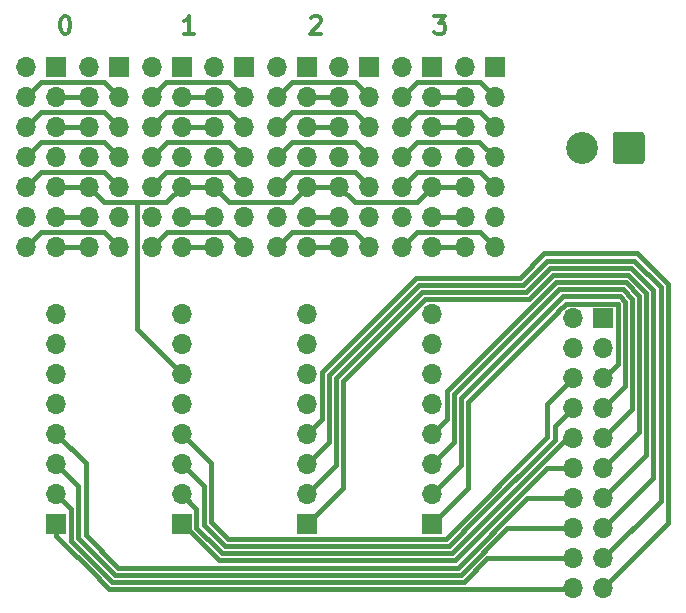
<source format=gbr>
%TF.GenerationSoftware,KiCad,Pcbnew,(5.1.6)-1*%
%TF.CreationDate,2020-10-29T16:21:17+09:00*%
%TF.ProjectId,BLDC__MD_Mounter,424c4443-5f5f-44d4-945f-4d6f756e7465,rev?*%
%TF.SameCoordinates,Original*%
%TF.FileFunction,Copper,L1,Top*%
%TF.FilePolarity,Positive*%
%FSLAX46Y46*%
G04 Gerber Fmt 4.6, Leading zero omitted, Abs format (unit mm)*
G04 Created by KiCad (PCBNEW (5.1.6)-1) date 2020-10-29 16:21:17*
%MOMM*%
%LPD*%
G01*
G04 APERTURE LIST*
%TA.AperFunction,NonConductor*%
%ADD10C,0.300000*%
%TD*%
%TA.AperFunction,ComponentPad*%
%ADD11O,1.700000X1.700000*%
%TD*%
%TA.AperFunction,ComponentPad*%
%ADD12R,1.700000X1.700000*%
%TD*%
%TA.AperFunction,ComponentPad*%
%ADD13C,2.700000*%
%TD*%
%TA.AperFunction,Conductor*%
%ADD14C,0.406400*%
%TD*%
G04 APERTURE END LIST*
D10*
X142000000Y-62678571D02*
X142928571Y-62678571D01*
X142428571Y-63250000D01*
X142642857Y-63250000D01*
X142785714Y-63321428D01*
X142857142Y-63392857D01*
X142928571Y-63535714D01*
X142928571Y-63892857D01*
X142857142Y-64035714D01*
X142785714Y-64107142D01*
X142642857Y-64178571D01*
X142214285Y-64178571D01*
X142071428Y-64107142D01*
X142000000Y-64035714D01*
X131571428Y-62821428D02*
X131642857Y-62750000D01*
X131785714Y-62678571D01*
X132142857Y-62678571D01*
X132285714Y-62750000D01*
X132357142Y-62821428D01*
X132428571Y-62964285D01*
X132428571Y-63107142D01*
X132357142Y-63321428D01*
X131500000Y-64178571D01*
X132428571Y-64178571D01*
X121678571Y-64178571D02*
X120821428Y-64178571D01*
X121250000Y-64178571D02*
X121250000Y-62678571D01*
X121107142Y-62892857D01*
X120964285Y-63035714D01*
X120821428Y-63107142D01*
X110678571Y-62678571D02*
X110821428Y-62678571D01*
X110964285Y-62750000D01*
X111035714Y-62821428D01*
X111107142Y-62964285D01*
X111178571Y-63250000D01*
X111178571Y-63607142D01*
X111107142Y-63892857D01*
X111035714Y-64035714D01*
X110964285Y-64107142D01*
X110821428Y-64178571D01*
X110678571Y-64178571D01*
X110535714Y-64107142D01*
X110464285Y-64035714D01*
X110392857Y-63892857D01*
X110321428Y-63607142D01*
X110321428Y-63250000D01*
X110392857Y-62964285D01*
X110464285Y-62821428D01*
X110535714Y-62750000D01*
X110678571Y-62678571D01*
D11*
%TO.P,J3,20*%
%TO.N,/FG_1*%
X153720800Y-111150400D03*
%TO.P,J3,19*%
%TO.N,/RD_3*%
X156260800Y-111150400D03*
%TO.P,J3,18*%
%TO.N,/FR_1*%
X153720800Y-108610400D03*
%TO.P,J3,17*%
%TO.N,/PWM_3*%
X156260800Y-108610400D03*
%TO.P,J3,16*%
%TO.N,/PWM_1*%
X153720800Y-106070400D03*
%TO.P,J3,15*%
%TO.N,/FR_3*%
X156260800Y-106070400D03*
%TO.P,J3,14*%
%TO.N,/RD_1*%
X153720800Y-103530400D03*
%TO.P,J3,13*%
%TO.N,/FG_3*%
X156260800Y-103530400D03*
%TO.P,J3,12*%
%TO.N,/FG_2*%
X153720800Y-100990400D03*
%TO.P,J3,11*%
%TO.N,/RD_4*%
X156260800Y-100990400D03*
%TO.P,J3,10*%
%TO.N,/FR_2*%
X153720800Y-98450400D03*
%TO.P,J3,9*%
%TO.N,/PWM_4*%
X156260800Y-98450400D03*
%TO.P,J3,8*%
%TO.N,/PWM_2*%
X153720800Y-95910400D03*
%TO.P,J3,7*%
%TO.N,/FR_4*%
X156260800Y-95910400D03*
%TO.P,J3,6*%
%TO.N,/RD_2*%
X153720800Y-93370400D03*
%TO.P,J3,5*%
%TO.N,/FG_4*%
X156260800Y-93370400D03*
%TO.P,J3,4*%
%TO.N,+3V3*%
X153720800Y-90830400D03*
%TO.P,J3,3*%
%TO.N,GND*%
X156260800Y-90830400D03*
%TO.P,J3,2*%
%TO.N,+5V*%
X153720800Y-88290400D03*
D12*
%TO.P,J3,1*%
%TO.N,Net-(J3-Pad1)*%
X156260800Y-88290400D03*
%TD*%
D11*
%TO.P,J8,8*%
%TO.N,GND*%
X120600000Y-87929600D03*
%TO.P,J8,7*%
%TO.N,VCC*%
X120600000Y-90469600D03*
%TO.P,J8,6*%
%TO.N,+5V*%
X120600000Y-93009600D03*
%TO.P,J8,5*%
%TO.N,+3V3*%
X120600000Y-95549600D03*
%TO.P,J8,4*%
%TO.N,/RD_2*%
X120600000Y-98089600D03*
%TO.P,J8,3*%
%TO.N,/PWM_2*%
X120600000Y-100629600D03*
%TO.P,J8,2*%
%TO.N,/FR_2*%
X120600000Y-103169600D03*
D12*
%TO.P,J8,1*%
%TO.N,/FG_2*%
X120600000Y-105709600D03*
%TD*%
D11*
%TO.P,J4,8*%
%TO.N,GND*%
X110000000Y-87929600D03*
%TO.P,J4,7*%
%TO.N,VCC*%
X110000000Y-90469600D03*
%TO.P,J4,6*%
%TO.N,+5V*%
X110000000Y-93009600D03*
%TO.P,J4,5*%
%TO.N,+3V3*%
X110000000Y-95549600D03*
%TO.P,J4,4*%
%TO.N,/RD_1*%
X110000000Y-98089600D03*
%TO.P,J4,3*%
%TO.N,/PWM_1*%
X110000000Y-100629600D03*
%TO.P,J4,2*%
%TO.N,/FR_1*%
X110000000Y-103169600D03*
D12*
%TO.P,J4,1*%
%TO.N,/FG_1*%
X110000000Y-105709600D03*
%TD*%
D11*
%TO.P,J11,8*%
%TO.N,GND*%
X131200000Y-87929600D03*
%TO.P,J11,7*%
%TO.N,VCC*%
X131200000Y-90469600D03*
%TO.P,J11,6*%
%TO.N,+5V*%
X131200000Y-93009600D03*
%TO.P,J11,5*%
%TO.N,+3V3*%
X131200000Y-95549600D03*
%TO.P,J11,4*%
%TO.N,/RD_3*%
X131200000Y-98089600D03*
%TO.P,J11,3*%
%TO.N,/PWM_3*%
X131200000Y-100629600D03*
%TO.P,J11,2*%
%TO.N,/FR_3*%
X131200000Y-103169600D03*
D12*
%TO.P,J11,1*%
%TO.N,/FG_3*%
X131200000Y-105709600D03*
%TD*%
D11*
%TO.P,J14,8*%
%TO.N,GND*%
X141800000Y-87929600D03*
%TO.P,J14,7*%
%TO.N,VCC*%
X141800000Y-90469600D03*
%TO.P,J14,6*%
%TO.N,+5V*%
X141800000Y-93009600D03*
%TO.P,J14,5*%
%TO.N,+3V3*%
X141800000Y-95549600D03*
%TO.P,J14,4*%
%TO.N,/RD_4*%
X141800000Y-98089600D03*
%TO.P,J14,3*%
%TO.N,/PWM_4*%
X141800000Y-100629600D03*
%TO.P,J14,2*%
%TO.N,/FR_4*%
X141800000Y-103169600D03*
D12*
%TO.P,J14,1*%
%TO.N,/FG_4*%
X141800000Y-105709600D03*
%TD*%
D11*
%TO.P,J13,14*%
%TO.N,/HALL_C_N_4*%
X139260000Y-82240000D03*
%TO.P,J13,13*%
%TO.N,/HALL_C_P_4*%
X141800000Y-82240000D03*
%TO.P,J13,12*%
%TO.N,Net-(J13-Pad12)*%
X139260000Y-79700000D03*
%TO.P,J13,11*%
%TO.N,/HALL_B_P_4*%
X141800000Y-79700000D03*
%TO.P,J13,10*%
%TO.N,/COIL_B_4*%
X139260000Y-77160000D03*
%TO.P,J13,9*%
%TO.N,+5V*%
X141800000Y-77160000D03*
%TO.P,J13,8*%
%TO.N,/COIL_C_4*%
X139260000Y-74620000D03*
%TO.P,J13,7*%
%TO.N,GND*%
X141800000Y-74620000D03*
%TO.P,J13,6*%
%TO.N,/COIL_A_4*%
X139260000Y-72080000D03*
%TO.P,J13,5*%
%TO.N,/HALL_B_N_4*%
X141800000Y-72080000D03*
%TO.P,J13,4*%
%TO.N,/HALL_A_P_4*%
X139260000Y-69540000D03*
%TO.P,J13,3*%
%TO.N,/HALL_A_N_4*%
X141800000Y-69540000D03*
%TO.P,J13,2*%
%TO.N,Net-(J13-Pad2)*%
X139260000Y-67000000D03*
D12*
%TO.P,J13,1*%
%TO.N,Net-(J13-Pad1)*%
X141800000Y-67000000D03*
%TD*%
D11*
%TO.P,J12,14*%
%TO.N,/HALL_C_P_4*%
X144560000Y-82240000D03*
%TO.P,J12,13*%
%TO.N,/HALL_C_N_4*%
X147100000Y-82240000D03*
%TO.P,J12,12*%
%TO.N,/HALL_B_P_4*%
X144560000Y-79700000D03*
%TO.P,J12,11*%
%TO.N,Net-(J12-Pad11)*%
X147100000Y-79700000D03*
%TO.P,J12,10*%
%TO.N,+5V*%
X144560000Y-77160000D03*
%TO.P,J12,9*%
%TO.N,/COIL_B_4*%
X147100000Y-77160000D03*
%TO.P,J12,8*%
%TO.N,GND*%
X144560000Y-74620000D03*
%TO.P,J12,7*%
%TO.N,/COIL_C_4*%
X147100000Y-74620000D03*
%TO.P,J12,6*%
%TO.N,/HALL_B_N_4*%
X144560000Y-72080000D03*
%TO.P,J12,5*%
%TO.N,/COIL_A_4*%
X147100000Y-72080000D03*
%TO.P,J12,4*%
%TO.N,/HALL_A_N_4*%
X144560000Y-69540000D03*
%TO.P,J12,3*%
%TO.N,/HALL_A_P_4*%
X147100000Y-69540000D03*
%TO.P,J12,2*%
%TO.N,Net-(J12-Pad2)*%
X144560000Y-67000000D03*
D12*
%TO.P,J12,1*%
%TO.N,Net-(J12-Pad1)*%
X147100000Y-67000000D03*
%TD*%
D11*
%TO.P,J10,14*%
%TO.N,/HALL_C_N_3*%
X128660000Y-82240000D03*
%TO.P,J10,13*%
%TO.N,/HALL_C_P_3*%
X131200000Y-82240000D03*
%TO.P,J10,12*%
%TO.N,Net-(J10-Pad12)*%
X128660000Y-79700000D03*
%TO.P,J10,11*%
%TO.N,/HALL_B_P_3*%
X131200000Y-79700000D03*
%TO.P,J10,10*%
%TO.N,/COIL_B_3*%
X128660000Y-77160000D03*
%TO.P,J10,9*%
%TO.N,+5V*%
X131200000Y-77160000D03*
%TO.P,J10,8*%
%TO.N,/COIL_C_3*%
X128660000Y-74620000D03*
%TO.P,J10,7*%
%TO.N,GND*%
X131200000Y-74620000D03*
%TO.P,J10,6*%
%TO.N,/COIL_A_3*%
X128660000Y-72080000D03*
%TO.P,J10,5*%
%TO.N,/HALL_B_N_3*%
X131200000Y-72080000D03*
%TO.P,J10,4*%
%TO.N,/HALL_A_P_3*%
X128660000Y-69540000D03*
%TO.P,J10,3*%
%TO.N,/HALL_A_N_3*%
X131200000Y-69540000D03*
%TO.P,J10,2*%
%TO.N,Net-(J10-Pad2)*%
X128660000Y-67000000D03*
D12*
%TO.P,J10,1*%
%TO.N,Net-(J10-Pad1)*%
X131200000Y-67000000D03*
%TD*%
D11*
%TO.P,J9,14*%
%TO.N,/HALL_C_P_3*%
X133960000Y-82240000D03*
%TO.P,J9,13*%
%TO.N,/HALL_C_N_3*%
X136500000Y-82240000D03*
%TO.P,J9,12*%
%TO.N,/HALL_B_P_3*%
X133960000Y-79700000D03*
%TO.P,J9,11*%
%TO.N,Net-(J9-Pad11)*%
X136500000Y-79700000D03*
%TO.P,J9,10*%
%TO.N,+5V*%
X133960000Y-77160000D03*
%TO.P,J9,9*%
%TO.N,/COIL_B_3*%
X136500000Y-77160000D03*
%TO.P,J9,8*%
%TO.N,GND*%
X133960000Y-74620000D03*
%TO.P,J9,7*%
%TO.N,/COIL_C_3*%
X136500000Y-74620000D03*
%TO.P,J9,6*%
%TO.N,/HALL_B_N_3*%
X133960000Y-72080000D03*
%TO.P,J9,5*%
%TO.N,/COIL_A_3*%
X136500000Y-72080000D03*
%TO.P,J9,4*%
%TO.N,/HALL_A_N_3*%
X133960000Y-69540000D03*
%TO.P,J9,3*%
%TO.N,/HALL_A_P_3*%
X136500000Y-69540000D03*
%TO.P,J9,2*%
%TO.N,Net-(J9-Pad2)*%
X133960000Y-67000000D03*
D12*
%TO.P,J9,1*%
%TO.N,Net-(J9-Pad1)*%
X136500000Y-67000000D03*
%TD*%
D11*
%TO.P,J7,14*%
%TO.N,/HALL_C_N_2*%
X118060000Y-82240000D03*
%TO.P,J7,13*%
%TO.N,/HALL_C_P_2*%
X120600000Y-82240000D03*
%TO.P,J7,12*%
%TO.N,Net-(J7-Pad12)*%
X118060000Y-79700000D03*
%TO.P,J7,11*%
%TO.N,/HALL_B_P_2*%
X120600000Y-79700000D03*
%TO.P,J7,10*%
%TO.N,/COIL_B_2*%
X118060000Y-77160000D03*
%TO.P,J7,9*%
%TO.N,+5V*%
X120600000Y-77160000D03*
%TO.P,J7,8*%
%TO.N,/COIL_C_2*%
X118060000Y-74620000D03*
%TO.P,J7,7*%
%TO.N,GND*%
X120600000Y-74620000D03*
%TO.P,J7,6*%
%TO.N,/COIL_A_2*%
X118060000Y-72080000D03*
%TO.P,J7,5*%
%TO.N,/HALL_B_N_2*%
X120600000Y-72080000D03*
%TO.P,J7,4*%
%TO.N,/HALL_A_P_2*%
X118060000Y-69540000D03*
%TO.P,J7,3*%
%TO.N,/HALL_A_N_2*%
X120600000Y-69540000D03*
%TO.P,J7,2*%
%TO.N,Net-(J7-Pad2)*%
X118060000Y-67000000D03*
D12*
%TO.P,J7,1*%
%TO.N,Net-(J7-Pad1)*%
X120600000Y-67000000D03*
%TD*%
D11*
%TO.P,J6,14*%
%TO.N,/HALL_C_P_2*%
X123360000Y-82240000D03*
%TO.P,J6,13*%
%TO.N,/HALL_C_N_2*%
X125900000Y-82240000D03*
%TO.P,J6,12*%
%TO.N,/HALL_B_P_2*%
X123360000Y-79700000D03*
%TO.P,J6,11*%
%TO.N,Net-(J6-Pad11)*%
X125900000Y-79700000D03*
%TO.P,J6,10*%
%TO.N,+5V*%
X123360000Y-77160000D03*
%TO.P,J6,9*%
%TO.N,/COIL_B_2*%
X125900000Y-77160000D03*
%TO.P,J6,8*%
%TO.N,GND*%
X123360000Y-74620000D03*
%TO.P,J6,7*%
%TO.N,/COIL_C_2*%
X125900000Y-74620000D03*
%TO.P,J6,6*%
%TO.N,/HALL_B_N_2*%
X123360000Y-72080000D03*
%TO.P,J6,5*%
%TO.N,/COIL_A_2*%
X125900000Y-72080000D03*
%TO.P,J6,4*%
%TO.N,/HALL_A_N_2*%
X123360000Y-69540000D03*
%TO.P,J6,3*%
%TO.N,/HALL_A_P_2*%
X125900000Y-69540000D03*
%TO.P,J6,2*%
%TO.N,Net-(J6-Pad2)*%
X123360000Y-67000000D03*
D12*
%TO.P,J6,1*%
%TO.N,Net-(J6-Pad1)*%
X125900000Y-67000000D03*
%TD*%
D13*
%TO.P,J5,2*%
%TO.N,GND*%
X154485200Y-73863200D03*
%TO.P,J5,1*%
%TO.N,VCC*%
%TA.AperFunction,ComponentPad*%
G36*
G01*
X159795200Y-72763201D02*
X159795200Y-74963199D01*
G75*
G02*
X159545199Y-75213200I-250001J0D01*
G01*
X157345201Y-75213200D01*
G75*
G02*
X157095200Y-74963199I0J250001D01*
G01*
X157095200Y-72763201D01*
G75*
G02*
X157345201Y-72513200I250001J0D01*
G01*
X159545199Y-72513200D01*
G75*
G02*
X159795200Y-72763201I0J-250001D01*
G01*
G37*
%TD.AperFunction*%
%TD*%
D11*
%TO.P,J2,14*%
%TO.N,/HALL_C_P_1*%
X112760000Y-82240000D03*
%TO.P,J2,13*%
%TO.N,/HALL_C_N_1*%
X115300000Y-82240000D03*
%TO.P,J2,12*%
%TO.N,/HALL_B_P_1*%
X112760000Y-79700000D03*
%TO.P,J2,11*%
%TO.N,Net-(J2-Pad11)*%
X115300000Y-79700000D03*
%TO.P,J2,10*%
%TO.N,+5V*%
X112760000Y-77160000D03*
%TO.P,J2,9*%
%TO.N,/COIL_B_1*%
X115300000Y-77160000D03*
%TO.P,J2,8*%
%TO.N,GND*%
X112760000Y-74620000D03*
%TO.P,J2,7*%
%TO.N,/COIL_C_1*%
X115300000Y-74620000D03*
%TO.P,J2,6*%
%TO.N,/HALL_B_N_1*%
X112760000Y-72080000D03*
%TO.P,J2,5*%
%TO.N,/COIL_A_1*%
X115300000Y-72080000D03*
%TO.P,J2,4*%
%TO.N,/HALL_A_N_1*%
X112760000Y-69540000D03*
%TO.P,J2,3*%
%TO.N,/HALL_A_P_1*%
X115300000Y-69540000D03*
%TO.P,J2,2*%
%TO.N,Net-(J2-Pad2)*%
X112760000Y-67000000D03*
D12*
%TO.P,J2,1*%
%TO.N,Net-(J2-Pad1)*%
X115300000Y-67000000D03*
%TD*%
D11*
%TO.P,J1,14*%
%TO.N,/HALL_C_N_1*%
X107460000Y-82240000D03*
%TO.P,J1,13*%
%TO.N,/HALL_C_P_1*%
X110000000Y-82240000D03*
%TO.P,J1,12*%
%TO.N,Net-(J1-Pad12)*%
X107460000Y-79700000D03*
%TO.P,J1,11*%
%TO.N,/HALL_B_P_1*%
X110000000Y-79700000D03*
%TO.P,J1,10*%
%TO.N,/COIL_B_1*%
X107460000Y-77160000D03*
%TO.P,J1,9*%
%TO.N,+5V*%
X110000000Y-77160000D03*
%TO.P,J1,8*%
%TO.N,/COIL_C_1*%
X107460000Y-74620000D03*
%TO.P,J1,7*%
%TO.N,GND*%
X110000000Y-74620000D03*
%TO.P,J1,6*%
%TO.N,/COIL_A_1*%
X107460000Y-72080000D03*
%TO.P,J1,5*%
%TO.N,/HALL_B_N_1*%
X110000000Y-72080000D03*
%TO.P,J1,4*%
%TO.N,/HALL_A_P_1*%
X107460000Y-69540000D03*
%TO.P,J1,3*%
%TO.N,/HALL_A_N_1*%
X110000000Y-69540000D03*
%TO.P,J1,2*%
%TO.N,Net-(J1-Pad2)*%
X107460000Y-67000000D03*
D12*
%TO.P,J1,1*%
%TO.N,Net-(J1-Pad1)*%
X110000000Y-67000000D03*
%TD*%
D14*
%TO.N,/HALL_C_N_1*%
X107460000Y-82240000D02*
X108713201Y-80986799D01*
X114046799Y-80986799D02*
X115300000Y-82240000D01*
X108713201Y-80986799D02*
X114046799Y-80986799D01*
%TO.N,/HALL_C_P_1*%
X110000000Y-82240000D02*
X112760000Y-82240000D01*
%TO.N,/HALL_B_P_1*%
X110000000Y-79700000D02*
X112760000Y-79700000D01*
%TO.N,/COIL_B_1*%
X107460000Y-77160000D02*
X108713201Y-75906799D01*
X114046799Y-75906799D02*
X115300000Y-77160000D01*
X108713201Y-75906799D02*
X114046799Y-75906799D01*
%TO.N,+5V*%
X110000000Y-77160000D02*
X112760000Y-77160000D01*
X120600000Y-77160000D02*
X123360000Y-77160000D01*
X131200000Y-77160000D02*
X133960000Y-77160000D01*
X141800000Y-77160000D02*
X144560000Y-77160000D01*
X114046799Y-78446799D02*
X114013201Y-78413201D01*
X114013201Y-78413201D02*
X112760000Y-77160000D01*
X120600000Y-77160000D02*
X119313201Y-78446799D01*
X129946799Y-78413201D02*
X131200000Y-77160000D01*
X124613201Y-78413201D02*
X129946799Y-78413201D01*
X123360000Y-77160000D02*
X124613201Y-78413201D01*
X140513201Y-78446799D02*
X141800000Y-77160000D01*
X135246799Y-78446799D02*
X140513201Y-78446799D01*
X133960000Y-77160000D02*
X135246799Y-78446799D01*
X117003999Y-78446799D02*
X116806799Y-78643999D01*
X117003999Y-78446799D02*
X114046799Y-78446799D01*
X119313201Y-78446799D02*
X117003999Y-78446799D01*
X116806799Y-89216399D02*
X116806799Y-85542301D01*
X116806799Y-78643999D02*
X116806799Y-85542301D01*
X120600000Y-93009600D02*
X116806799Y-89216399D01*
X116806799Y-85542301D02*
X116806799Y-86164601D01*
%TO.N,/COIL_C_1*%
X107460000Y-74620000D02*
X108713201Y-73366799D01*
X114046799Y-73366799D02*
X115300000Y-74620000D01*
X108713201Y-73366799D02*
X114046799Y-73366799D01*
%TO.N,/COIL_A_1*%
X107460000Y-72080000D02*
X108713201Y-70826799D01*
X114046799Y-70826799D02*
X115300000Y-72080000D01*
X108713201Y-70826799D02*
X114046799Y-70826799D01*
%TO.N,/HALL_B_N_1*%
X110000000Y-72080000D02*
X112760000Y-72080000D01*
%TO.N,/HALL_A_P_1*%
X114046799Y-68286799D02*
X115300000Y-69540000D01*
X107460000Y-69540000D02*
X108713201Y-68286799D01*
X108713201Y-68286799D02*
X114046799Y-68286799D01*
%TO.N,/HALL_A_N_1*%
X110000000Y-69540000D02*
X112760000Y-69540000D01*
%TO.N,/RD_3*%
X131200000Y-98089600D02*
X132453201Y-96836399D01*
X151294071Y-82792329D02*
X149250400Y-84836000D01*
X140454696Y-84847387D02*
X132453201Y-92848882D01*
X159191642Y-82792329D02*
X151294071Y-82792329D01*
X149250400Y-84836000D02*
X149250400Y-84847387D01*
X132453201Y-96836399D02*
X132453201Y-93060699D01*
X132453201Y-92848882D02*
X132453201Y-93060699D01*
X161758871Y-105652329D02*
X161758871Y-85359558D01*
X156260800Y-111150400D02*
X161758871Y-105652329D01*
X149250400Y-84847387D02*
X140454696Y-84847387D01*
X161758871Y-85359558D02*
X159191642Y-82792329D01*
%TO.N,/FG_2*%
X120700923Y-105709600D02*
X120600000Y-105709600D01*
X123773352Y-108782031D02*
X120700923Y-105709600D01*
X143726110Y-108782031D02*
X123773352Y-108782031D01*
X153720800Y-100990400D02*
X151517741Y-100990400D01*
X151517741Y-100990400D02*
X143726110Y-108782031D01*
%TO.N,/PWM_3*%
X133059611Y-93100065D02*
X133059611Y-98769989D01*
X149491800Y-85463579D02*
X140696097Y-85463579D01*
X133059611Y-98769989D02*
X131200000Y-100629600D01*
X156260800Y-108610400D02*
X161152461Y-103718739D01*
X161152461Y-103718739D02*
X161152461Y-85610741D01*
X151556636Y-83398740D02*
X150326239Y-84629140D01*
X140696097Y-85463579D02*
X133059611Y-93100065D01*
X150326239Y-84629140D02*
X149491800Y-85463579D01*
X158940459Y-83398739D02*
X151556636Y-83398740D01*
X161152461Y-85610741D02*
X158940459Y-83398739D01*
%TO.N,/FR_2*%
X120600000Y-103169600D02*
X121853201Y-104422801D01*
X121853201Y-104422801D02*
X121853201Y-104537039D01*
X121853201Y-105482901D02*
X121853201Y-105791000D01*
X121853201Y-104537039D02*
X121853201Y-105482901D01*
X121853201Y-106004286D02*
X121853201Y-105482901D01*
X123669308Y-107820393D02*
X121853201Y-106004286D01*
X153200149Y-98450400D02*
X143474927Y-108175621D01*
X153720800Y-98450400D02*
X153200149Y-98450400D01*
X143474927Y-108175621D02*
X124024535Y-108175621D01*
X124024535Y-108175621D02*
X123669308Y-107820393D01*
%TO.N,/FR_3*%
X131200000Y-103169600D02*
X133666021Y-100703579D01*
X140947280Y-86069989D02*
X133666021Y-93351248D01*
X149742982Y-86069989D02*
X140947280Y-86069989D01*
X151807821Y-84005149D02*
X151452594Y-84360377D01*
X133666021Y-93351248D02*
X133666021Y-94324379D01*
X158689276Y-84005149D02*
X151807821Y-84005149D01*
X151452594Y-84360377D02*
X149742982Y-86069989D01*
X160546051Y-101785149D02*
X160546051Y-85861924D01*
X133666021Y-100703579D02*
X133666021Y-94324379D01*
X156260800Y-106070400D02*
X160546051Y-101785149D01*
X160546051Y-85861924D02*
X158689276Y-84005149D01*
%TO.N,/PWM_2*%
X120600000Y-100629600D02*
X122459611Y-102489211D01*
X122459611Y-102489211D02*
X122459611Y-104285856D01*
X143223744Y-107569211D02*
X124275718Y-107569211D01*
X145730023Y-105062931D02*
X143223744Y-107569211D01*
X122459611Y-104781489D02*
X122459611Y-105384600D01*
X122459611Y-105753104D02*
X122459611Y-104781489D01*
X124275718Y-107569211D02*
X122459611Y-105753104D01*
X122459611Y-104285856D02*
X122459611Y-104781489D01*
X153720800Y-95910400D02*
X152184100Y-97447100D01*
X152184100Y-98608854D02*
X145730023Y-105062931D01*
X152184100Y-97447100D02*
X152184100Y-98608854D01*
%TO.N,/FG_3*%
X134272431Y-102637169D02*
X131200000Y-105709600D01*
X134272431Y-93602431D02*
X134272431Y-94953231D01*
X152059004Y-84611559D02*
X149994164Y-86676399D01*
X158438093Y-84611559D02*
X152059004Y-84611559D01*
X134272431Y-94953231D02*
X134272431Y-102637169D01*
X149994164Y-86676399D02*
X141198463Y-86676399D01*
X156260800Y-103530400D02*
X159939641Y-99851559D01*
X159939641Y-86113107D02*
X158438093Y-84611559D01*
X141198463Y-86676399D02*
X134272431Y-93602431D01*
X159939641Y-99851559D02*
X159939641Y-86113107D01*
%TO.N,/RD_2*%
X151577690Y-95513510D02*
X153720800Y-93370400D01*
X151577690Y-98357674D02*
X151577690Y-95513510D01*
X123066021Y-100555621D02*
X123066021Y-105501921D01*
X120600000Y-98089600D02*
X123066021Y-100555621D01*
X123066021Y-105501921D02*
X124526901Y-106962801D01*
X124526901Y-106962801D02*
X142972561Y-106962801D01*
X142972561Y-106962801D02*
X151577690Y-98357674D01*
%TO.N,/RD_4*%
X141800000Y-98089600D02*
X143053201Y-96836399D01*
X156260800Y-100990400D02*
X159333231Y-97917969D01*
X159333231Y-97917969D02*
X159333231Y-86364290D01*
X159333231Y-86364290D02*
X158186910Y-85217969D01*
X152310187Y-85217969D02*
X143053201Y-94474955D01*
X143053201Y-94474955D02*
X143053201Y-95173399D01*
X158186910Y-85217969D02*
X152310187Y-85217969D01*
X143053201Y-96836399D02*
X143053201Y-95173399D01*
X143053201Y-95173399D02*
X143053201Y-94665399D01*
%TO.N,/FG_1*%
X110000000Y-105709600D02*
X110000000Y-106718077D01*
X110000000Y-106718077D02*
X110646793Y-107364870D01*
X110646793Y-107364870D02*
X112823112Y-109541189D01*
X112823112Y-109541189D02*
X114489594Y-111207669D01*
X153720800Y-111150400D02*
X153663532Y-111207668D01*
X114489594Y-111207669D02*
X143427332Y-111207668D01*
X153663532Y-111207668D02*
X143427332Y-111207668D01*
%TO.N,/PWM_4*%
X141800000Y-100629600D02*
X143659611Y-98769989D01*
X143659611Y-98769989D02*
X143659611Y-97087582D01*
X156260800Y-98450400D02*
X158726821Y-95984379D01*
X158726821Y-95984379D02*
X158726821Y-86615473D01*
X158726821Y-86615473D02*
X157935727Y-85824379D01*
X152561370Y-85824379D02*
X143659611Y-94726138D01*
X153215021Y-85824379D02*
X152561370Y-85824379D01*
X143659611Y-94726138D02*
X143659611Y-95417889D01*
X143659611Y-97087582D02*
X143659611Y-95417889D01*
X157935727Y-85824379D02*
X153215021Y-85824379D01*
%TO.N,/FR_1*%
X146470520Y-108610400D02*
X144479659Y-110601261D01*
X111253201Y-104422801D02*
X110000000Y-103169600D01*
X144479659Y-110601261D02*
X114740776Y-110601260D01*
X153720800Y-108610400D02*
X146470520Y-108610400D01*
X114740776Y-110601260D02*
X111253202Y-107113687D01*
X111253202Y-107113687D02*
X111253201Y-104422801D01*
%TO.N,/FR_4*%
X156260800Y-95910400D02*
X158120411Y-94050789D01*
X158120411Y-86866656D02*
X157684544Y-86430789D01*
X158120411Y-94050789D02*
X158120411Y-86866656D01*
X153459511Y-86430789D02*
X152868080Y-86430789D01*
X157684544Y-86430789D02*
X153459511Y-86430789D01*
X144266021Y-100703579D02*
X144266021Y-95032849D01*
X144266021Y-95032849D02*
X144516035Y-94782835D01*
X141800000Y-103169600D02*
X144266021Y-100703579D01*
X152868080Y-86430789D02*
X144516035Y-94782835D01*
X144516035Y-94782835D02*
X144321548Y-94977321D01*
%TO.N,/PWM_1*%
X110000000Y-100629600D02*
X111859611Y-102489211D01*
X111859611Y-102489211D02*
X111859611Y-104285856D01*
X111859611Y-104285856D02*
X111859611Y-105498900D01*
X111859611Y-106862504D02*
X114991958Y-109994851D01*
X111859611Y-105498900D02*
X111859611Y-106862504D01*
X146583400Y-107639928D02*
X146583400Y-107639925D01*
X148152926Y-106070400D02*
X144228475Y-109994851D01*
X153720800Y-106070400D02*
X148152926Y-106070400D01*
X144228475Y-109994851D02*
X143586351Y-109994851D01*
X114991958Y-109994851D02*
X143586351Y-109994851D01*
X143586351Y-109994851D02*
X144228478Y-109994850D01*
%TO.N,/FG_4*%
X144872431Y-102637169D02*
X141800000Y-105709600D01*
X144872431Y-99920069D02*
X144872431Y-102637169D01*
X152467599Y-87791001D02*
X144872431Y-95386169D01*
X152467599Y-87688863D02*
X152467599Y-87791001D01*
X157433361Y-87037199D02*
X153119263Y-87037199D01*
X153119263Y-87037199D02*
X152467599Y-87688863D01*
X144872431Y-95386169D02*
X144872431Y-99920069D01*
X156260800Y-93370400D02*
X157514001Y-92117199D01*
X157514001Y-92117199D02*
X157514001Y-87117839D01*
X157514001Y-87117839D02*
X157433361Y-87037199D01*
%TO.N,/RD_1*%
X149835333Y-103530400D02*
X143977293Y-109388441D01*
X112466021Y-100555621D02*
X110000000Y-98089600D01*
X153720800Y-103530400D02*
X149835333Y-103530400D01*
X143977293Y-109388441D02*
X115243141Y-109388441D01*
X115243141Y-109388441D02*
X112466021Y-106611321D01*
X112466021Y-106611321D02*
X112466021Y-100555621D01*
%TO.N,/HALL_C_P_2*%
X120600000Y-82240000D02*
X123360000Y-82240000D01*
%TO.N,/HALL_C_N_2*%
X124613201Y-80953201D02*
X125900000Y-82240000D01*
X119346799Y-80953201D02*
X124613201Y-80953201D01*
X118060000Y-82240000D02*
X119346799Y-80953201D01*
%TO.N,/HALL_B_P_2*%
X120600000Y-79700000D02*
X123360000Y-79700000D01*
%TO.N,/COIL_B_2*%
X124646799Y-75906799D02*
X125900000Y-77160000D01*
X119313201Y-75906799D02*
X124646799Y-75906799D01*
X118060000Y-77160000D02*
X119313201Y-75906799D01*
%TO.N,/COIL_C_2*%
X124613201Y-73333201D02*
X125900000Y-74620000D01*
X119346799Y-73333201D02*
X124613201Y-73333201D01*
X118060000Y-74620000D02*
X119346799Y-73333201D01*
%TO.N,/HALL_B_N_2*%
X120600000Y-72080000D02*
X123360000Y-72080000D01*
%TO.N,/COIL_A_2*%
X124646799Y-70826799D02*
X125900000Y-72080000D01*
X119313201Y-70826799D02*
X124646799Y-70826799D01*
X118060000Y-72080000D02*
X119313201Y-70826799D01*
%TO.N,/HALL_A_N_2*%
X120600000Y-69540000D02*
X123360000Y-69540000D01*
%TO.N,/HALL_A_P_2*%
X124646799Y-68286799D02*
X125900000Y-69540000D01*
X119313201Y-68286799D02*
X124646799Y-68286799D01*
X118060000Y-69540000D02*
X119313201Y-68286799D01*
%TO.N,/HALL_C_P_3*%
X131200000Y-82240000D02*
X133960000Y-82240000D01*
%TO.N,/HALL_C_N_3*%
X135246799Y-80986799D02*
X136500000Y-82240000D01*
X129913201Y-80986799D02*
X135246799Y-80986799D01*
X128660000Y-82240000D02*
X129913201Y-80986799D01*
%TO.N,/HALL_B_P_3*%
X131200000Y-79700000D02*
X133960000Y-79700000D01*
%TO.N,/COIL_B_3*%
X129913201Y-75906799D02*
X135246799Y-75906799D01*
X135246799Y-75906799D02*
X136500000Y-77160000D01*
X128660000Y-77160000D02*
X129913201Y-75906799D01*
%TO.N,/COIL_C_3*%
X135246799Y-73366799D02*
X136500000Y-74620000D01*
X129913201Y-73366799D02*
X135246799Y-73366799D01*
X128660000Y-74620000D02*
X129913201Y-73366799D01*
%TO.N,/HALL_B_N_3*%
X131200000Y-72080000D02*
X133960000Y-72080000D01*
%TO.N,/COIL_A_3*%
X135246799Y-70826799D02*
X136500000Y-72080000D01*
X129913201Y-70826799D02*
X135246799Y-70826799D01*
X128660000Y-72080000D02*
X129913201Y-70826799D01*
%TO.N,/HALL_A_N_3*%
X131200000Y-69540000D02*
X133960000Y-69540000D01*
%TO.N,/HALL_A_P_3*%
X129913201Y-68286799D02*
X135246799Y-68286799D01*
X135246799Y-68286799D02*
X136500000Y-69540000D01*
X128660000Y-69540000D02*
X129913201Y-68286799D01*
%TO.N,/HALL_C_P_4*%
X141800000Y-82240000D02*
X144560000Y-82240000D01*
%TO.N,/HALL_C_N_4*%
X140513201Y-80986799D02*
X145846799Y-80986799D01*
X145846799Y-80986799D02*
X147100000Y-82240000D01*
X139260000Y-82240000D02*
X140513201Y-80986799D01*
%TO.N,/HALL_B_P_4*%
X141800000Y-79700000D02*
X144560000Y-79700000D01*
%TO.N,/COIL_B_4*%
X145846799Y-75906799D02*
X147100000Y-77160000D01*
X140513201Y-75906799D02*
X145846799Y-75906799D01*
X139260000Y-77160000D02*
X140513201Y-75906799D01*
%TO.N,/COIL_C_4*%
X145813201Y-73333201D02*
X147100000Y-74620000D01*
X140546799Y-73333201D02*
X145813201Y-73333201D01*
X139260000Y-74620000D02*
X140546799Y-73333201D01*
%TO.N,/HALL_B_N_4*%
X141800000Y-72080000D02*
X144560000Y-72080000D01*
%TO.N,/COIL_A_4*%
X145846799Y-70826799D02*
X147100000Y-72080000D01*
X140513201Y-70826799D02*
X145846799Y-70826799D01*
X139260000Y-72080000D02*
X140513201Y-70826799D01*
%TO.N,/HALL_A_N_4*%
X141800000Y-69540000D02*
X144560000Y-69540000D01*
%TO.N,/HALL_A_P_4*%
X145846799Y-68286799D02*
X147100000Y-69540000D01*
X140513201Y-68286799D02*
X145846799Y-68286799D01*
X139260000Y-69540000D02*
X140513201Y-68286799D01*
%TD*%
M02*

</source>
